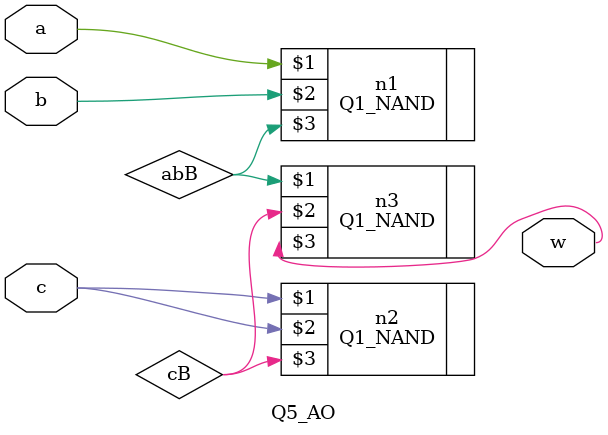
<source format=v>
module Q5_AO(input a,b,c, output w);//worst case delay (18,18)
  wire abB,cB;
  Q1_NAND n1(a,b,abB),n2(c,c,cB),n3(abB,cB,w);
endmodule
</source>
